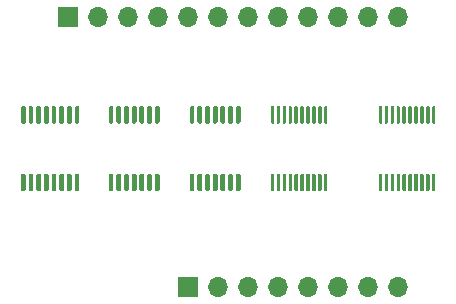
<source format=gbr>
%TF.GenerationSoftware,KiCad,Pcbnew,(5.1.10-1-10_14)*%
%TF.CreationDate,2021-12-17T20:44:53-05:00*%
%TF.ProjectId,Control_and_Output,436f6e74-726f-46c5-9f61-6e645f4f7574,rev?*%
%TF.SameCoordinates,Original*%
%TF.FileFunction,Soldermask,Top*%
%TF.FilePolarity,Negative*%
%FSLAX46Y46*%
G04 Gerber Fmt 4.6, Leading zero omitted, Abs format (unit mm)*
G04 Created by KiCad (PCBNEW (5.1.10-1-10_14)) date 2021-12-17 20:44:53*
%MOMM*%
%LPD*%
G01*
G04 APERTURE LIST*
%ADD10R,1.700000X1.700000*%
%ADD11O,1.700000X1.700000*%
G04 APERTURE END LIST*
D10*
%TO.C,J4*%
X50800000Y-68072000D03*
D11*
X53340000Y-68072000D03*
X55880000Y-68072000D03*
X58420000Y-68072000D03*
X60960000Y-68072000D03*
X63500000Y-68072000D03*
X66040000Y-68072000D03*
X68580000Y-68072000D03*
X71120000Y-68072000D03*
X73660000Y-68072000D03*
X76200000Y-68072000D03*
X78740000Y-68072000D03*
%TD*%
%TO.C,J3*%
X78740000Y-90932000D03*
X76200000Y-90932000D03*
X73660000Y-90932000D03*
X71120000Y-90932000D03*
X68580000Y-90932000D03*
X66040000Y-90932000D03*
X63500000Y-90932000D03*
D10*
X60960000Y-90932000D03*
%TD*%
%TO.C,U12*%
G36*
G01*
X47101000Y-77123000D02*
X46901000Y-77123000D01*
G75*
G02*
X46801000Y-77023000I0J100000D01*
G01*
X46801000Y-75748000D01*
G75*
G02*
X46901000Y-75648000I100000J0D01*
G01*
X47101000Y-75648000D01*
G75*
G02*
X47201000Y-75748000I0J-100000D01*
G01*
X47201000Y-77023000D01*
G75*
G02*
X47101000Y-77123000I-100000J0D01*
G01*
G37*
G36*
G01*
X47751000Y-77123000D02*
X47551000Y-77123000D01*
G75*
G02*
X47451000Y-77023000I0J100000D01*
G01*
X47451000Y-75748000D01*
G75*
G02*
X47551000Y-75648000I100000J0D01*
G01*
X47751000Y-75648000D01*
G75*
G02*
X47851000Y-75748000I0J-100000D01*
G01*
X47851000Y-77023000D01*
G75*
G02*
X47751000Y-77123000I-100000J0D01*
G01*
G37*
G36*
G01*
X48401000Y-77123000D02*
X48201000Y-77123000D01*
G75*
G02*
X48101000Y-77023000I0J100000D01*
G01*
X48101000Y-75748000D01*
G75*
G02*
X48201000Y-75648000I100000J0D01*
G01*
X48401000Y-75648000D01*
G75*
G02*
X48501000Y-75748000I0J-100000D01*
G01*
X48501000Y-77023000D01*
G75*
G02*
X48401000Y-77123000I-100000J0D01*
G01*
G37*
G36*
G01*
X49051000Y-77123000D02*
X48851000Y-77123000D01*
G75*
G02*
X48751000Y-77023000I0J100000D01*
G01*
X48751000Y-75748000D01*
G75*
G02*
X48851000Y-75648000I100000J0D01*
G01*
X49051000Y-75648000D01*
G75*
G02*
X49151000Y-75748000I0J-100000D01*
G01*
X49151000Y-77023000D01*
G75*
G02*
X49051000Y-77123000I-100000J0D01*
G01*
G37*
G36*
G01*
X49701000Y-77123000D02*
X49501000Y-77123000D01*
G75*
G02*
X49401000Y-77023000I0J100000D01*
G01*
X49401000Y-75748000D01*
G75*
G02*
X49501000Y-75648000I100000J0D01*
G01*
X49701000Y-75648000D01*
G75*
G02*
X49801000Y-75748000I0J-100000D01*
G01*
X49801000Y-77023000D01*
G75*
G02*
X49701000Y-77123000I-100000J0D01*
G01*
G37*
G36*
G01*
X50351000Y-77123000D02*
X50151000Y-77123000D01*
G75*
G02*
X50051000Y-77023000I0J100000D01*
G01*
X50051000Y-75748000D01*
G75*
G02*
X50151000Y-75648000I100000J0D01*
G01*
X50351000Y-75648000D01*
G75*
G02*
X50451000Y-75748000I0J-100000D01*
G01*
X50451000Y-77023000D01*
G75*
G02*
X50351000Y-77123000I-100000J0D01*
G01*
G37*
G36*
G01*
X51001000Y-77123000D02*
X50801000Y-77123000D01*
G75*
G02*
X50701000Y-77023000I0J100000D01*
G01*
X50701000Y-75748000D01*
G75*
G02*
X50801000Y-75648000I100000J0D01*
G01*
X51001000Y-75648000D01*
G75*
G02*
X51101000Y-75748000I0J-100000D01*
G01*
X51101000Y-77023000D01*
G75*
G02*
X51001000Y-77123000I-100000J0D01*
G01*
G37*
G36*
G01*
X51651000Y-77123000D02*
X51451000Y-77123000D01*
G75*
G02*
X51351000Y-77023000I0J100000D01*
G01*
X51351000Y-75748000D01*
G75*
G02*
X51451000Y-75648000I100000J0D01*
G01*
X51651000Y-75648000D01*
G75*
G02*
X51751000Y-75748000I0J-100000D01*
G01*
X51751000Y-77023000D01*
G75*
G02*
X51651000Y-77123000I-100000J0D01*
G01*
G37*
G36*
G01*
X51651000Y-82848000D02*
X51451000Y-82848000D01*
G75*
G02*
X51351000Y-82748000I0J100000D01*
G01*
X51351000Y-81473000D01*
G75*
G02*
X51451000Y-81373000I100000J0D01*
G01*
X51651000Y-81373000D01*
G75*
G02*
X51751000Y-81473000I0J-100000D01*
G01*
X51751000Y-82748000D01*
G75*
G02*
X51651000Y-82848000I-100000J0D01*
G01*
G37*
G36*
G01*
X51001000Y-82848000D02*
X50801000Y-82848000D01*
G75*
G02*
X50701000Y-82748000I0J100000D01*
G01*
X50701000Y-81473000D01*
G75*
G02*
X50801000Y-81373000I100000J0D01*
G01*
X51001000Y-81373000D01*
G75*
G02*
X51101000Y-81473000I0J-100000D01*
G01*
X51101000Y-82748000D01*
G75*
G02*
X51001000Y-82848000I-100000J0D01*
G01*
G37*
G36*
G01*
X50351000Y-82848000D02*
X50151000Y-82848000D01*
G75*
G02*
X50051000Y-82748000I0J100000D01*
G01*
X50051000Y-81473000D01*
G75*
G02*
X50151000Y-81373000I100000J0D01*
G01*
X50351000Y-81373000D01*
G75*
G02*
X50451000Y-81473000I0J-100000D01*
G01*
X50451000Y-82748000D01*
G75*
G02*
X50351000Y-82848000I-100000J0D01*
G01*
G37*
G36*
G01*
X49701000Y-82848000D02*
X49501000Y-82848000D01*
G75*
G02*
X49401000Y-82748000I0J100000D01*
G01*
X49401000Y-81473000D01*
G75*
G02*
X49501000Y-81373000I100000J0D01*
G01*
X49701000Y-81373000D01*
G75*
G02*
X49801000Y-81473000I0J-100000D01*
G01*
X49801000Y-82748000D01*
G75*
G02*
X49701000Y-82848000I-100000J0D01*
G01*
G37*
G36*
G01*
X49051000Y-82848000D02*
X48851000Y-82848000D01*
G75*
G02*
X48751000Y-82748000I0J100000D01*
G01*
X48751000Y-81473000D01*
G75*
G02*
X48851000Y-81373000I100000J0D01*
G01*
X49051000Y-81373000D01*
G75*
G02*
X49151000Y-81473000I0J-100000D01*
G01*
X49151000Y-82748000D01*
G75*
G02*
X49051000Y-82848000I-100000J0D01*
G01*
G37*
G36*
G01*
X48401000Y-82848000D02*
X48201000Y-82848000D01*
G75*
G02*
X48101000Y-82748000I0J100000D01*
G01*
X48101000Y-81473000D01*
G75*
G02*
X48201000Y-81373000I100000J0D01*
G01*
X48401000Y-81373000D01*
G75*
G02*
X48501000Y-81473000I0J-100000D01*
G01*
X48501000Y-82748000D01*
G75*
G02*
X48401000Y-82848000I-100000J0D01*
G01*
G37*
G36*
G01*
X47751000Y-82848000D02*
X47551000Y-82848000D01*
G75*
G02*
X47451000Y-82748000I0J100000D01*
G01*
X47451000Y-81473000D01*
G75*
G02*
X47551000Y-81373000I100000J0D01*
G01*
X47751000Y-81373000D01*
G75*
G02*
X47851000Y-81473000I0J-100000D01*
G01*
X47851000Y-82748000D01*
G75*
G02*
X47751000Y-82848000I-100000J0D01*
G01*
G37*
G36*
G01*
X47101000Y-82848000D02*
X46901000Y-82848000D01*
G75*
G02*
X46801000Y-82748000I0J100000D01*
G01*
X46801000Y-81473000D01*
G75*
G02*
X46901000Y-81373000I100000J0D01*
G01*
X47101000Y-81373000D01*
G75*
G02*
X47201000Y-81473000I0J-100000D01*
G01*
X47201000Y-82748000D01*
G75*
G02*
X47101000Y-82848000I-100000J0D01*
G01*
G37*
%TD*%
%TO.C,U11*%
G36*
G01*
X77327000Y-77123000D02*
X77177000Y-77123000D01*
G75*
G02*
X77102000Y-77048000I0J75000D01*
G01*
X77102000Y-75723000D01*
G75*
G02*
X77177000Y-75648000I75000J0D01*
G01*
X77327000Y-75648000D01*
G75*
G02*
X77402000Y-75723000I0J-75000D01*
G01*
X77402000Y-77048000D01*
G75*
G02*
X77327000Y-77123000I-75000J0D01*
G01*
G37*
G36*
G01*
X77827000Y-77123000D02*
X77677000Y-77123000D01*
G75*
G02*
X77602000Y-77048000I0J75000D01*
G01*
X77602000Y-75723000D01*
G75*
G02*
X77677000Y-75648000I75000J0D01*
G01*
X77827000Y-75648000D01*
G75*
G02*
X77902000Y-75723000I0J-75000D01*
G01*
X77902000Y-77048000D01*
G75*
G02*
X77827000Y-77123000I-75000J0D01*
G01*
G37*
G36*
G01*
X78327000Y-77123000D02*
X78177000Y-77123000D01*
G75*
G02*
X78102000Y-77048000I0J75000D01*
G01*
X78102000Y-75723000D01*
G75*
G02*
X78177000Y-75648000I75000J0D01*
G01*
X78327000Y-75648000D01*
G75*
G02*
X78402000Y-75723000I0J-75000D01*
G01*
X78402000Y-77048000D01*
G75*
G02*
X78327000Y-77123000I-75000J0D01*
G01*
G37*
G36*
G01*
X78827000Y-77123000D02*
X78677000Y-77123000D01*
G75*
G02*
X78602000Y-77048000I0J75000D01*
G01*
X78602000Y-75723000D01*
G75*
G02*
X78677000Y-75648000I75000J0D01*
G01*
X78827000Y-75648000D01*
G75*
G02*
X78902000Y-75723000I0J-75000D01*
G01*
X78902000Y-77048000D01*
G75*
G02*
X78827000Y-77123000I-75000J0D01*
G01*
G37*
G36*
G01*
X79327000Y-77123000D02*
X79177000Y-77123000D01*
G75*
G02*
X79102000Y-77048000I0J75000D01*
G01*
X79102000Y-75723000D01*
G75*
G02*
X79177000Y-75648000I75000J0D01*
G01*
X79327000Y-75648000D01*
G75*
G02*
X79402000Y-75723000I0J-75000D01*
G01*
X79402000Y-77048000D01*
G75*
G02*
X79327000Y-77123000I-75000J0D01*
G01*
G37*
G36*
G01*
X79827000Y-77123000D02*
X79677000Y-77123000D01*
G75*
G02*
X79602000Y-77048000I0J75000D01*
G01*
X79602000Y-75723000D01*
G75*
G02*
X79677000Y-75648000I75000J0D01*
G01*
X79827000Y-75648000D01*
G75*
G02*
X79902000Y-75723000I0J-75000D01*
G01*
X79902000Y-77048000D01*
G75*
G02*
X79827000Y-77123000I-75000J0D01*
G01*
G37*
G36*
G01*
X80327000Y-77123000D02*
X80177000Y-77123000D01*
G75*
G02*
X80102000Y-77048000I0J75000D01*
G01*
X80102000Y-75723000D01*
G75*
G02*
X80177000Y-75648000I75000J0D01*
G01*
X80327000Y-75648000D01*
G75*
G02*
X80402000Y-75723000I0J-75000D01*
G01*
X80402000Y-77048000D01*
G75*
G02*
X80327000Y-77123000I-75000J0D01*
G01*
G37*
G36*
G01*
X80827000Y-77123000D02*
X80677000Y-77123000D01*
G75*
G02*
X80602000Y-77048000I0J75000D01*
G01*
X80602000Y-75723000D01*
G75*
G02*
X80677000Y-75648000I75000J0D01*
G01*
X80827000Y-75648000D01*
G75*
G02*
X80902000Y-75723000I0J-75000D01*
G01*
X80902000Y-77048000D01*
G75*
G02*
X80827000Y-77123000I-75000J0D01*
G01*
G37*
G36*
G01*
X81327000Y-77123000D02*
X81177000Y-77123000D01*
G75*
G02*
X81102000Y-77048000I0J75000D01*
G01*
X81102000Y-75723000D01*
G75*
G02*
X81177000Y-75648000I75000J0D01*
G01*
X81327000Y-75648000D01*
G75*
G02*
X81402000Y-75723000I0J-75000D01*
G01*
X81402000Y-77048000D01*
G75*
G02*
X81327000Y-77123000I-75000J0D01*
G01*
G37*
G36*
G01*
X81827000Y-77123000D02*
X81677000Y-77123000D01*
G75*
G02*
X81602000Y-77048000I0J75000D01*
G01*
X81602000Y-75723000D01*
G75*
G02*
X81677000Y-75648000I75000J0D01*
G01*
X81827000Y-75648000D01*
G75*
G02*
X81902000Y-75723000I0J-75000D01*
G01*
X81902000Y-77048000D01*
G75*
G02*
X81827000Y-77123000I-75000J0D01*
G01*
G37*
G36*
G01*
X81827000Y-82848000D02*
X81677000Y-82848000D01*
G75*
G02*
X81602000Y-82773000I0J75000D01*
G01*
X81602000Y-81448000D01*
G75*
G02*
X81677000Y-81373000I75000J0D01*
G01*
X81827000Y-81373000D01*
G75*
G02*
X81902000Y-81448000I0J-75000D01*
G01*
X81902000Y-82773000D01*
G75*
G02*
X81827000Y-82848000I-75000J0D01*
G01*
G37*
G36*
G01*
X81327000Y-82848000D02*
X81177000Y-82848000D01*
G75*
G02*
X81102000Y-82773000I0J75000D01*
G01*
X81102000Y-81448000D01*
G75*
G02*
X81177000Y-81373000I75000J0D01*
G01*
X81327000Y-81373000D01*
G75*
G02*
X81402000Y-81448000I0J-75000D01*
G01*
X81402000Y-82773000D01*
G75*
G02*
X81327000Y-82848000I-75000J0D01*
G01*
G37*
G36*
G01*
X80827000Y-82848000D02*
X80677000Y-82848000D01*
G75*
G02*
X80602000Y-82773000I0J75000D01*
G01*
X80602000Y-81448000D01*
G75*
G02*
X80677000Y-81373000I75000J0D01*
G01*
X80827000Y-81373000D01*
G75*
G02*
X80902000Y-81448000I0J-75000D01*
G01*
X80902000Y-82773000D01*
G75*
G02*
X80827000Y-82848000I-75000J0D01*
G01*
G37*
G36*
G01*
X80327000Y-82848000D02*
X80177000Y-82848000D01*
G75*
G02*
X80102000Y-82773000I0J75000D01*
G01*
X80102000Y-81448000D01*
G75*
G02*
X80177000Y-81373000I75000J0D01*
G01*
X80327000Y-81373000D01*
G75*
G02*
X80402000Y-81448000I0J-75000D01*
G01*
X80402000Y-82773000D01*
G75*
G02*
X80327000Y-82848000I-75000J0D01*
G01*
G37*
G36*
G01*
X79827000Y-82848000D02*
X79677000Y-82848000D01*
G75*
G02*
X79602000Y-82773000I0J75000D01*
G01*
X79602000Y-81448000D01*
G75*
G02*
X79677000Y-81373000I75000J0D01*
G01*
X79827000Y-81373000D01*
G75*
G02*
X79902000Y-81448000I0J-75000D01*
G01*
X79902000Y-82773000D01*
G75*
G02*
X79827000Y-82848000I-75000J0D01*
G01*
G37*
G36*
G01*
X79327000Y-82848000D02*
X79177000Y-82848000D01*
G75*
G02*
X79102000Y-82773000I0J75000D01*
G01*
X79102000Y-81448000D01*
G75*
G02*
X79177000Y-81373000I75000J0D01*
G01*
X79327000Y-81373000D01*
G75*
G02*
X79402000Y-81448000I0J-75000D01*
G01*
X79402000Y-82773000D01*
G75*
G02*
X79327000Y-82848000I-75000J0D01*
G01*
G37*
G36*
G01*
X78827000Y-82848000D02*
X78677000Y-82848000D01*
G75*
G02*
X78602000Y-82773000I0J75000D01*
G01*
X78602000Y-81448000D01*
G75*
G02*
X78677000Y-81373000I75000J0D01*
G01*
X78827000Y-81373000D01*
G75*
G02*
X78902000Y-81448000I0J-75000D01*
G01*
X78902000Y-82773000D01*
G75*
G02*
X78827000Y-82848000I-75000J0D01*
G01*
G37*
G36*
G01*
X78327000Y-82848000D02*
X78177000Y-82848000D01*
G75*
G02*
X78102000Y-82773000I0J75000D01*
G01*
X78102000Y-81448000D01*
G75*
G02*
X78177000Y-81373000I75000J0D01*
G01*
X78327000Y-81373000D01*
G75*
G02*
X78402000Y-81448000I0J-75000D01*
G01*
X78402000Y-82773000D01*
G75*
G02*
X78327000Y-82848000I-75000J0D01*
G01*
G37*
G36*
G01*
X77827000Y-82848000D02*
X77677000Y-82848000D01*
G75*
G02*
X77602000Y-82773000I0J75000D01*
G01*
X77602000Y-81448000D01*
G75*
G02*
X77677000Y-81373000I75000J0D01*
G01*
X77827000Y-81373000D01*
G75*
G02*
X77902000Y-81448000I0J-75000D01*
G01*
X77902000Y-82773000D01*
G75*
G02*
X77827000Y-82848000I-75000J0D01*
G01*
G37*
G36*
G01*
X77327000Y-82848000D02*
X77177000Y-82848000D01*
G75*
G02*
X77102000Y-82773000I0J75000D01*
G01*
X77102000Y-81448000D01*
G75*
G02*
X77177000Y-81373000I75000J0D01*
G01*
X77327000Y-81373000D01*
G75*
G02*
X77402000Y-81448000I0J-75000D01*
G01*
X77402000Y-82773000D01*
G75*
G02*
X77327000Y-82848000I-75000J0D01*
G01*
G37*
%TD*%
%TO.C,U3*%
G36*
G01*
X68183000Y-77123000D02*
X68033000Y-77123000D01*
G75*
G02*
X67958000Y-77048000I0J75000D01*
G01*
X67958000Y-75723000D01*
G75*
G02*
X68033000Y-75648000I75000J0D01*
G01*
X68183000Y-75648000D01*
G75*
G02*
X68258000Y-75723000I0J-75000D01*
G01*
X68258000Y-77048000D01*
G75*
G02*
X68183000Y-77123000I-75000J0D01*
G01*
G37*
G36*
G01*
X68683000Y-77123000D02*
X68533000Y-77123000D01*
G75*
G02*
X68458000Y-77048000I0J75000D01*
G01*
X68458000Y-75723000D01*
G75*
G02*
X68533000Y-75648000I75000J0D01*
G01*
X68683000Y-75648000D01*
G75*
G02*
X68758000Y-75723000I0J-75000D01*
G01*
X68758000Y-77048000D01*
G75*
G02*
X68683000Y-77123000I-75000J0D01*
G01*
G37*
G36*
G01*
X69183000Y-77123000D02*
X69033000Y-77123000D01*
G75*
G02*
X68958000Y-77048000I0J75000D01*
G01*
X68958000Y-75723000D01*
G75*
G02*
X69033000Y-75648000I75000J0D01*
G01*
X69183000Y-75648000D01*
G75*
G02*
X69258000Y-75723000I0J-75000D01*
G01*
X69258000Y-77048000D01*
G75*
G02*
X69183000Y-77123000I-75000J0D01*
G01*
G37*
G36*
G01*
X69683000Y-77123000D02*
X69533000Y-77123000D01*
G75*
G02*
X69458000Y-77048000I0J75000D01*
G01*
X69458000Y-75723000D01*
G75*
G02*
X69533000Y-75648000I75000J0D01*
G01*
X69683000Y-75648000D01*
G75*
G02*
X69758000Y-75723000I0J-75000D01*
G01*
X69758000Y-77048000D01*
G75*
G02*
X69683000Y-77123000I-75000J0D01*
G01*
G37*
G36*
G01*
X70183000Y-77123000D02*
X70033000Y-77123000D01*
G75*
G02*
X69958000Y-77048000I0J75000D01*
G01*
X69958000Y-75723000D01*
G75*
G02*
X70033000Y-75648000I75000J0D01*
G01*
X70183000Y-75648000D01*
G75*
G02*
X70258000Y-75723000I0J-75000D01*
G01*
X70258000Y-77048000D01*
G75*
G02*
X70183000Y-77123000I-75000J0D01*
G01*
G37*
G36*
G01*
X70683000Y-77123000D02*
X70533000Y-77123000D01*
G75*
G02*
X70458000Y-77048000I0J75000D01*
G01*
X70458000Y-75723000D01*
G75*
G02*
X70533000Y-75648000I75000J0D01*
G01*
X70683000Y-75648000D01*
G75*
G02*
X70758000Y-75723000I0J-75000D01*
G01*
X70758000Y-77048000D01*
G75*
G02*
X70683000Y-77123000I-75000J0D01*
G01*
G37*
G36*
G01*
X71183000Y-77123000D02*
X71033000Y-77123000D01*
G75*
G02*
X70958000Y-77048000I0J75000D01*
G01*
X70958000Y-75723000D01*
G75*
G02*
X71033000Y-75648000I75000J0D01*
G01*
X71183000Y-75648000D01*
G75*
G02*
X71258000Y-75723000I0J-75000D01*
G01*
X71258000Y-77048000D01*
G75*
G02*
X71183000Y-77123000I-75000J0D01*
G01*
G37*
G36*
G01*
X71683000Y-77123000D02*
X71533000Y-77123000D01*
G75*
G02*
X71458000Y-77048000I0J75000D01*
G01*
X71458000Y-75723000D01*
G75*
G02*
X71533000Y-75648000I75000J0D01*
G01*
X71683000Y-75648000D01*
G75*
G02*
X71758000Y-75723000I0J-75000D01*
G01*
X71758000Y-77048000D01*
G75*
G02*
X71683000Y-77123000I-75000J0D01*
G01*
G37*
G36*
G01*
X72183000Y-77123000D02*
X72033000Y-77123000D01*
G75*
G02*
X71958000Y-77048000I0J75000D01*
G01*
X71958000Y-75723000D01*
G75*
G02*
X72033000Y-75648000I75000J0D01*
G01*
X72183000Y-75648000D01*
G75*
G02*
X72258000Y-75723000I0J-75000D01*
G01*
X72258000Y-77048000D01*
G75*
G02*
X72183000Y-77123000I-75000J0D01*
G01*
G37*
G36*
G01*
X72683000Y-77123000D02*
X72533000Y-77123000D01*
G75*
G02*
X72458000Y-77048000I0J75000D01*
G01*
X72458000Y-75723000D01*
G75*
G02*
X72533000Y-75648000I75000J0D01*
G01*
X72683000Y-75648000D01*
G75*
G02*
X72758000Y-75723000I0J-75000D01*
G01*
X72758000Y-77048000D01*
G75*
G02*
X72683000Y-77123000I-75000J0D01*
G01*
G37*
G36*
G01*
X72683000Y-82848000D02*
X72533000Y-82848000D01*
G75*
G02*
X72458000Y-82773000I0J75000D01*
G01*
X72458000Y-81448000D01*
G75*
G02*
X72533000Y-81373000I75000J0D01*
G01*
X72683000Y-81373000D01*
G75*
G02*
X72758000Y-81448000I0J-75000D01*
G01*
X72758000Y-82773000D01*
G75*
G02*
X72683000Y-82848000I-75000J0D01*
G01*
G37*
G36*
G01*
X72183000Y-82848000D02*
X72033000Y-82848000D01*
G75*
G02*
X71958000Y-82773000I0J75000D01*
G01*
X71958000Y-81448000D01*
G75*
G02*
X72033000Y-81373000I75000J0D01*
G01*
X72183000Y-81373000D01*
G75*
G02*
X72258000Y-81448000I0J-75000D01*
G01*
X72258000Y-82773000D01*
G75*
G02*
X72183000Y-82848000I-75000J0D01*
G01*
G37*
G36*
G01*
X71683000Y-82848000D02*
X71533000Y-82848000D01*
G75*
G02*
X71458000Y-82773000I0J75000D01*
G01*
X71458000Y-81448000D01*
G75*
G02*
X71533000Y-81373000I75000J0D01*
G01*
X71683000Y-81373000D01*
G75*
G02*
X71758000Y-81448000I0J-75000D01*
G01*
X71758000Y-82773000D01*
G75*
G02*
X71683000Y-82848000I-75000J0D01*
G01*
G37*
G36*
G01*
X71183000Y-82848000D02*
X71033000Y-82848000D01*
G75*
G02*
X70958000Y-82773000I0J75000D01*
G01*
X70958000Y-81448000D01*
G75*
G02*
X71033000Y-81373000I75000J0D01*
G01*
X71183000Y-81373000D01*
G75*
G02*
X71258000Y-81448000I0J-75000D01*
G01*
X71258000Y-82773000D01*
G75*
G02*
X71183000Y-82848000I-75000J0D01*
G01*
G37*
G36*
G01*
X70683000Y-82848000D02*
X70533000Y-82848000D01*
G75*
G02*
X70458000Y-82773000I0J75000D01*
G01*
X70458000Y-81448000D01*
G75*
G02*
X70533000Y-81373000I75000J0D01*
G01*
X70683000Y-81373000D01*
G75*
G02*
X70758000Y-81448000I0J-75000D01*
G01*
X70758000Y-82773000D01*
G75*
G02*
X70683000Y-82848000I-75000J0D01*
G01*
G37*
G36*
G01*
X70183000Y-82848000D02*
X70033000Y-82848000D01*
G75*
G02*
X69958000Y-82773000I0J75000D01*
G01*
X69958000Y-81448000D01*
G75*
G02*
X70033000Y-81373000I75000J0D01*
G01*
X70183000Y-81373000D01*
G75*
G02*
X70258000Y-81448000I0J-75000D01*
G01*
X70258000Y-82773000D01*
G75*
G02*
X70183000Y-82848000I-75000J0D01*
G01*
G37*
G36*
G01*
X69683000Y-82848000D02*
X69533000Y-82848000D01*
G75*
G02*
X69458000Y-82773000I0J75000D01*
G01*
X69458000Y-81448000D01*
G75*
G02*
X69533000Y-81373000I75000J0D01*
G01*
X69683000Y-81373000D01*
G75*
G02*
X69758000Y-81448000I0J-75000D01*
G01*
X69758000Y-82773000D01*
G75*
G02*
X69683000Y-82848000I-75000J0D01*
G01*
G37*
G36*
G01*
X69183000Y-82848000D02*
X69033000Y-82848000D01*
G75*
G02*
X68958000Y-82773000I0J75000D01*
G01*
X68958000Y-81448000D01*
G75*
G02*
X69033000Y-81373000I75000J0D01*
G01*
X69183000Y-81373000D01*
G75*
G02*
X69258000Y-81448000I0J-75000D01*
G01*
X69258000Y-82773000D01*
G75*
G02*
X69183000Y-82848000I-75000J0D01*
G01*
G37*
G36*
G01*
X68683000Y-82848000D02*
X68533000Y-82848000D01*
G75*
G02*
X68458000Y-82773000I0J75000D01*
G01*
X68458000Y-81448000D01*
G75*
G02*
X68533000Y-81373000I75000J0D01*
G01*
X68683000Y-81373000D01*
G75*
G02*
X68758000Y-81448000I0J-75000D01*
G01*
X68758000Y-82773000D01*
G75*
G02*
X68683000Y-82848000I-75000J0D01*
G01*
G37*
G36*
G01*
X68183000Y-82848000D02*
X68033000Y-82848000D01*
G75*
G02*
X67958000Y-82773000I0J75000D01*
G01*
X67958000Y-81448000D01*
G75*
G02*
X68033000Y-81373000I75000J0D01*
G01*
X68183000Y-81373000D01*
G75*
G02*
X68258000Y-81448000I0J-75000D01*
G01*
X68258000Y-82773000D01*
G75*
G02*
X68183000Y-82848000I-75000J0D01*
G01*
G37*
%TD*%
%TO.C,U2*%
G36*
G01*
X54538000Y-77123000D02*
X54338000Y-77123000D01*
G75*
G02*
X54238000Y-77023000I0J100000D01*
G01*
X54238000Y-75748000D01*
G75*
G02*
X54338000Y-75648000I100000J0D01*
G01*
X54538000Y-75648000D01*
G75*
G02*
X54638000Y-75748000I0J-100000D01*
G01*
X54638000Y-77023000D01*
G75*
G02*
X54538000Y-77123000I-100000J0D01*
G01*
G37*
G36*
G01*
X55188000Y-77123000D02*
X54988000Y-77123000D01*
G75*
G02*
X54888000Y-77023000I0J100000D01*
G01*
X54888000Y-75748000D01*
G75*
G02*
X54988000Y-75648000I100000J0D01*
G01*
X55188000Y-75648000D01*
G75*
G02*
X55288000Y-75748000I0J-100000D01*
G01*
X55288000Y-77023000D01*
G75*
G02*
X55188000Y-77123000I-100000J0D01*
G01*
G37*
G36*
G01*
X55838000Y-77123000D02*
X55638000Y-77123000D01*
G75*
G02*
X55538000Y-77023000I0J100000D01*
G01*
X55538000Y-75748000D01*
G75*
G02*
X55638000Y-75648000I100000J0D01*
G01*
X55838000Y-75648000D01*
G75*
G02*
X55938000Y-75748000I0J-100000D01*
G01*
X55938000Y-77023000D01*
G75*
G02*
X55838000Y-77123000I-100000J0D01*
G01*
G37*
G36*
G01*
X56488000Y-77123000D02*
X56288000Y-77123000D01*
G75*
G02*
X56188000Y-77023000I0J100000D01*
G01*
X56188000Y-75748000D01*
G75*
G02*
X56288000Y-75648000I100000J0D01*
G01*
X56488000Y-75648000D01*
G75*
G02*
X56588000Y-75748000I0J-100000D01*
G01*
X56588000Y-77023000D01*
G75*
G02*
X56488000Y-77123000I-100000J0D01*
G01*
G37*
G36*
G01*
X57138000Y-77123000D02*
X56938000Y-77123000D01*
G75*
G02*
X56838000Y-77023000I0J100000D01*
G01*
X56838000Y-75748000D01*
G75*
G02*
X56938000Y-75648000I100000J0D01*
G01*
X57138000Y-75648000D01*
G75*
G02*
X57238000Y-75748000I0J-100000D01*
G01*
X57238000Y-77023000D01*
G75*
G02*
X57138000Y-77123000I-100000J0D01*
G01*
G37*
G36*
G01*
X57788000Y-77123000D02*
X57588000Y-77123000D01*
G75*
G02*
X57488000Y-77023000I0J100000D01*
G01*
X57488000Y-75748000D01*
G75*
G02*
X57588000Y-75648000I100000J0D01*
G01*
X57788000Y-75648000D01*
G75*
G02*
X57888000Y-75748000I0J-100000D01*
G01*
X57888000Y-77023000D01*
G75*
G02*
X57788000Y-77123000I-100000J0D01*
G01*
G37*
G36*
G01*
X58438000Y-77123000D02*
X58238000Y-77123000D01*
G75*
G02*
X58138000Y-77023000I0J100000D01*
G01*
X58138000Y-75748000D01*
G75*
G02*
X58238000Y-75648000I100000J0D01*
G01*
X58438000Y-75648000D01*
G75*
G02*
X58538000Y-75748000I0J-100000D01*
G01*
X58538000Y-77023000D01*
G75*
G02*
X58438000Y-77123000I-100000J0D01*
G01*
G37*
G36*
G01*
X58438000Y-82848000D02*
X58238000Y-82848000D01*
G75*
G02*
X58138000Y-82748000I0J100000D01*
G01*
X58138000Y-81473000D01*
G75*
G02*
X58238000Y-81373000I100000J0D01*
G01*
X58438000Y-81373000D01*
G75*
G02*
X58538000Y-81473000I0J-100000D01*
G01*
X58538000Y-82748000D01*
G75*
G02*
X58438000Y-82848000I-100000J0D01*
G01*
G37*
G36*
G01*
X57788000Y-82848000D02*
X57588000Y-82848000D01*
G75*
G02*
X57488000Y-82748000I0J100000D01*
G01*
X57488000Y-81473000D01*
G75*
G02*
X57588000Y-81373000I100000J0D01*
G01*
X57788000Y-81373000D01*
G75*
G02*
X57888000Y-81473000I0J-100000D01*
G01*
X57888000Y-82748000D01*
G75*
G02*
X57788000Y-82848000I-100000J0D01*
G01*
G37*
G36*
G01*
X57138000Y-82848000D02*
X56938000Y-82848000D01*
G75*
G02*
X56838000Y-82748000I0J100000D01*
G01*
X56838000Y-81473000D01*
G75*
G02*
X56938000Y-81373000I100000J0D01*
G01*
X57138000Y-81373000D01*
G75*
G02*
X57238000Y-81473000I0J-100000D01*
G01*
X57238000Y-82748000D01*
G75*
G02*
X57138000Y-82848000I-100000J0D01*
G01*
G37*
G36*
G01*
X56488000Y-82848000D02*
X56288000Y-82848000D01*
G75*
G02*
X56188000Y-82748000I0J100000D01*
G01*
X56188000Y-81473000D01*
G75*
G02*
X56288000Y-81373000I100000J0D01*
G01*
X56488000Y-81373000D01*
G75*
G02*
X56588000Y-81473000I0J-100000D01*
G01*
X56588000Y-82748000D01*
G75*
G02*
X56488000Y-82848000I-100000J0D01*
G01*
G37*
G36*
G01*
X55838000Y-82848000D02*
X55638000Y-82848000D01*
G75*
G02*
X55538000Y-82748000I0J100000D01*
G01*
X55538000Y-81473000D01*
G75*
G02*
X55638000Y-81373000I100000J0D01*
G01*
X55838000Y-81373000D01*
G75*
G02*
X55938000Y-81473000I0J-100000D01*
G01*
X55938000Y-82748000D01*
G75*
G02*
X55838000Y-82848000I-100000J0D01*
G01*
G37*
G36*
G01*
X55188000Y-82848000D02*
X54988000Y-82848000D01*
G75*
G02*
X54888000Y-82748000I0J100000D01*
G01*
X54888000Y-81473000D01*
G75*
G02*
X54988000Y-81373000I100000J0D01*
G01*
X55188000Y-81373000D01*
G75*
G02*
X55288000Y-81473000I0J-100000D01*
G01*
X55288000Y-82748000D01*
G75*
G02*
X55188000Y-82848000I-100000J0D01*
G01*
G37*
G36*
G01*
X54538000Y-82848000D02*
X54338000Y-82848000D01*
G75*
G02*
X54238000Y-82748000I0J100000D01*
G01*
X54238000Y-81473000D01*
G75*
G02*
X54338000Y-81373000I100000J0D01*
G01*
X54538000Y-81373000D01*
G75*
G02*
X54638000Y-81473000I0J-100000D01*
G01*
X54638000Y-82748000D01*
G75*
G02*
X54538000Y-82848000I-100000J0D01*
G01*
G37*
%TD*%
%TO.C,U1*%
G36*
G01*
X61396000Y-77123000D02*
X61196000Y-77123000D01*
G75*
G02*
X61096000Y-77023000I0J100000D01*
G01*
X61096000Y-75748000D01*
G75*
G02*
X61196000Y-75648000I100000J0D01*
G01*
X61396000Y-75648000D01*
G75*
G02*
X61496000Y-75748000I0J-100000D01*
G01*
X61496000Y-77023000D01*
G75*
G02*
X61396000Y-77123000I-100000J0D01*
G01*
G37*
G36*
G01*
X62046000Y-77123000D02*
X61846000Y-77123000D01*
G75*
G02*
X61746000Y-77023000I0J100000D01*
G01*
X61746000Y-75748000D01*
G75*
G02*
X61846000Y-75648000I100000J0D01*
G01*
X62046000Y-75648000D01*
G75*
G02*
X62146000Y-75748000I0J-100000D01*
G01*
X62146000Y-77023000D01*
G75*
G02*
X62046000Y-77123000I-100000J0D01*
G01*
G37*
G36*
G01*
X62696000Y-77123000D02*
X62496000Y-77123000D01*
G75*
G02*
X62396000Y-77023000I0J100000D01*
G01*
X62396000Y-75748000D01*
G75*
G02*
X62496000Y-75648000I100000J0D01*
G01*
X62696000Y-75648000D01*
G75*
G02*
X62796000Y-75748000I0J-100000D01*
G01*
X62796000Y-77023000D01*
G75*
G02*
X62696000Y-77123000I-100000J0D01*
G01*
G37*
G36*
G01*
X63346000Y-77123000D02*
X63146000Y-77123000D01*
G75*
G02*
X63046000Y-77023000I0J100000D01*
G01*
X63046000Y-75748000D01*
G75*
G02*
X63146000Y-75648000I100000J0D01*
G01*
X63346000Y-75648000D01*
G75*
G02*
X63446000Y-75748000I0J-100000D01*
G01*
X63446000Y-77023000D01*
G75*
G02*
X63346000Y-77123000I-100000J0D01*
G01*
G37*
G36*
G01*
X63996000Y-77123000D02*
X63796000Y-77123000D01*
G75*
G02*
X63696000Y-77023000I0J100000D01*
G01*
X63696000Y-75748000D01*
G75*
G02*
X63796000Y-75648000I100000J0D01*
G01*
X63996000Y-75648000D01*
G75*
G02*
X64096000Y-75748000I0J-100000D01*
G01*
X64096000Y-77023000D01*
G75*
G02*
X63996000Y-77123000I-100000J0D01*
G01*
G37*
G36*
G01*
X64646000Y-77123000D02*
X64446000Y-77123000D01*
G75*
G02*
X64346000Y-77023000I0J100000D01*
G01*
X64346000Y-75748000D01*
G75*
G02*
X64446000Y-75648000I100000J0D01*
G01*
X64646000Y-75648000D01*
G75*
G02*
X64746000Y-75748000I0J-100000D01*
G01*
X64746000Y-77023000D01*
G75*
G02*
X64646000Y-77123000I-100000J0D01*
G01*
G37*
G36*
G01*
X65296000Y-77123000D02*
X65096000Y-77123000D01*
G75*
G02*
X64996000Y-77023000I0J100000D01*
G01*
X64996000Y-75748000D01*
G75*
G02*
X65096000Y-75648000I100000J0D01*
G01*
X65296000Y-75648000D01*
G75*
G02*
X65396000Y-75748000I0J-100000D01*
G01*
X65396000Y-77023000D01*
G75*
G02*
X65296000Y-77123000I-100000J0D01*
G01*
G37*
G36*
G01*
X65296000Y-82848000D02*
X65096000Y-82848000D01*
G75*
G02*
X64996000Y-82748000I0J100000D01*
G01*
X64996000Y-81473000D01*
G75*
G02*
X65096000Y-81373000I100000J0D01*
G01*
X65296000Y-81373000D01*
G75*
G02*
X65396000Y-81473000I0J-100000D01*
G01*
X65396000Y-82748000D01*
G75*
G02*
X65296000Y-82848000I-100000J0D01*
G01*
G37*
G36*
G01*
X64646000Y-82848000D02*
X64446000Y-82848000D01*
G75*
G02*
X64346000Y-82748000I0J100000D01*
G01*
X64346000Y-81473000D01*
G75*
G02*
X64446000Y-81373000I100000J0D01*
G01*
X64646000Y-81373000D01*
G75*
G02*
X64746000Y-81473000I0J-100000D01*
G01*
X64746000Y-82748000D01*
G75*
G02*
X64646000Y-82848000I-100000J0D01*
G01*
G37*
G36*
G01*
X63996000Y-82848000D02*
X63796000Y-82848000D01*
G75*
G02*
X63696000Y-82748000I0J100000D01*
G01*
X63696000Y-81473000D01*
G75*
G02*
X63796000Y-81373000I100000J0D01*
G01*
X63996000Y-81373000D01*
G75*
G02*
X64096000Y-81473000I0J-100000D01*
G01*
X64096000Y-82748000D01*
G75*
G02*
X63996000Y-82848000I-100000J0D01*
G01*
G37*
G36*
G01*
X63346000Y-82848000D02*
X63146000Y-82848000D01*
G75*
G02*
X63046000Y-82748000I0J100000D01*
G01*
X63046000Y-81473000D01*
G75*
G02*
X63146000Y-81373000I100000J0D01*
G01*
X63346000Y-81373000D01*
G75*
G02*
X63446000Y-81473000I0J-100000D01*
G01*
X63446000Y-82748000D01*
G75*
G02*
X63346000Y-82848000I-100000J0D01*
G01*
G37*
G36*
G01*
X62696000Y-82848000D02*
X62496000Y-82848000D01*
G75*
G02*
X62396000Y-82748000I0J100000D01*
G01*
X62396000Y-81473000D01*
G75*
G02*
X62496000Y-81373000I100000J0D01*
G01*
X62696000Y-81373000D01*
G75*
G02*
X62796000Y-81473000I0J-100000D01*
G01*
X62796000Y-82748000D01*
G75*
G02*
X62696000Y-82848000I-100000J0D01*
G01*
G37*
G36*
G01*
X62046000Y-82848000D02*
X61846000Y-82848000D01*
G75*
G02*
X61746000Y-82748000I0J100000D01*
G01*
X61746000Y-81473000D01*
G75*
G02*
X61846000Y-81373000I100000J0D01*
G01*
X62046000Y-81373000D01*
G75*
G02*
X62146000Y-81473000I0J-100000D01*
G01*
X62146000Y-82748000D01*
G75*
G02*
X62046000Y-82848000I-100000J0D01*
G01*
G37*
G36*
G01*
X61396000Y-82848000D02*
X61196000Y-82848000D01*
G75*
G02*
X61096000Y-82748000I0J100000D01*
G01*
X61096000Y-81473000D01*
G75*
G02*
X61196000Y-81373000I100000J0D01*
G01*
X61396000Y-81373000D01*
G75*
G02*
X61496000Y-81473000I0J-100000D01*
G01*
X61496000Y-82748000D01*
G75*
G02*
X61396000Y-82848000I-100000J0D01*
G01*
G37*
%TD*%
M02*

</source>
